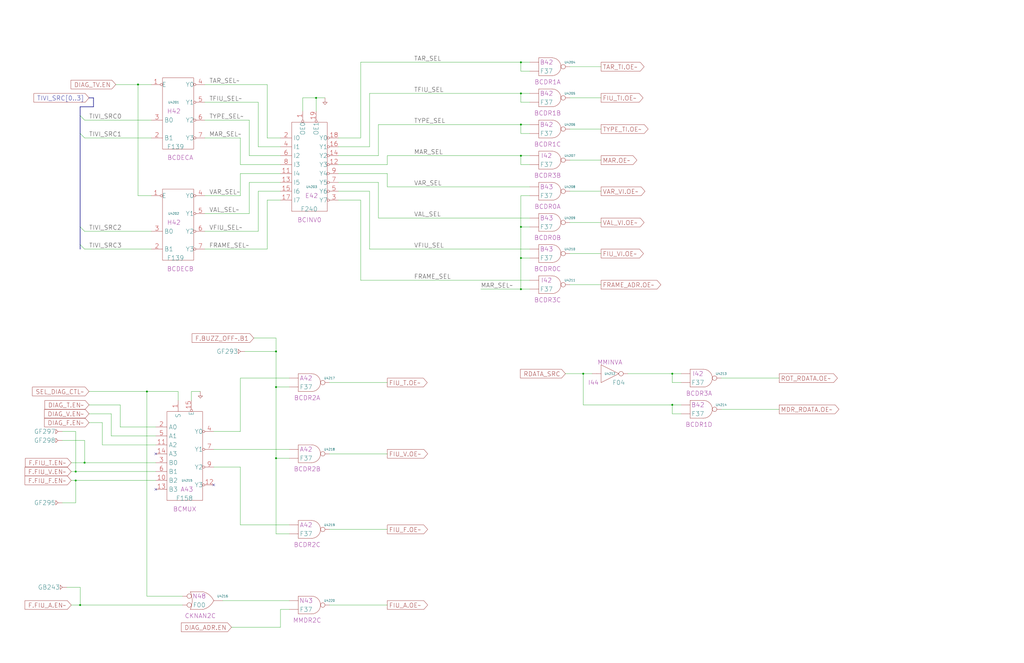
<source format=kicad_sch>
(kicad_sch (version 20230121) (generator eeschema)
  (paper "User" 584.2 378.46)
  (title_block (title "BUS CONTROL") (date "20-MAR-90") (rev "1.0") (comment 1 "FIU") (comment 2 "232-003065") (comment 3 "S400") (comment 4 "RELEASED"))
  (lib_symbols
    (symbol "r1000:F00" (pin_numbers hide) (pin_names hide)
      (property "Reference" "U" (at 15.24 0 0))
      (property "Value" "F00" (at 1.905 -5.08 0))
      (property "Location" "___" (at 1.905 0 0))
      (property "Name" "______" (at 2.54 -12.7 0))
      (symbol "F00_0_1"
        (polyline (pts (xy -2.54 -7.62) (xy 5.08 -7.62)) (stroke (width 0.1524)))
        (polyline (pts (xy -2.54 2.54) (xy -2.54 -7.62)) (stroke (width 0.1524)))
        (polyline (pts (xy -2.54 2.54) (xy 5.08 2.54)) (stroke (width 0.1524)))
        (arc (start 5.08 -7.62) (mid 10.1282 -2.54) (end 5.08 2.54) (stroke (width 0.1524)))
        (circle (center 11.43 -2.54) (radius 1.27) (stroke (width 0.1524)))
      )
      (symbol "F00_0_2"
        (circle (center -3.81 -5.08) (radius 1.27) (stroke (width 0.1524)))
        (circle (center -3.81 0) (radius 1.27) (stroke (width 0.1524)))
        (arc (start -3.175 -7.62) (mid -2.134 -2.54) (end -3.175 2.54) (stroke (width 0.1524)))
        (polyline (pts (xy -3.175 -7.62) (xy 3.81 -7.62)) (stroke (width 0.1524)))
        (polyline (pts (xy -3.175 2.54) (xy 3.81 2.54)) (stroke (width 0.1524)))
        (arc (start 3.81 -7.62) (mid 7.5855 -5.8306) (end 10.16 -2.54) (stroke (width 0.1524)))
        (arc (start 10.16 -2.54) (mid 7.5827 0.7471) (end 3.81 2.54) (stroke (width 0.1524)))
      )
      (symbol "F00_1_1"
        (pin input line (at -7.62 0 0) (length 5.08) (name "D0") (number "1"))
        (pin input line (at -7.62 -5.08 0) (length 5.08) (name "D1") (number "2"))
        (pin output line (at 15.24 -2.54 180) (length 2.54) (name "Q") (number "3"))
      )
      (symbol "F00_1_2"
        (pin input line (at -7.62 0 0) (length 2.54) (name "D0") (number "1"))
        (pin input line (at -7.62 -5.08 0) (length 2.54) (name "D1") (number "2"))
        (pin output line (at 15.24 -2.54 180) (length 5.08) (name "Q") (number "3"))
      )
    )
    (symbol "r1000:F04" (pin_numbers hide) (pin_names hide)
      (property "Reference" "U" (at 0 0 0))
      (property "Value" "F04" (at 1.27 -5.08 0))
      (property "Location" "___" (at -12.7 -5.08 0))
      (property "Name" "______" (at 0 5.08 0))
      (symbol "F04_0_1"
        (polyline (pts (xy -7.62 0) (xy -5.08 0)) (stroke (width 0.1524)))
        (polyline (pts (xy -5.08 5.08) (xy -5.08 -5.08)) (stroke (width 0.1524)))
        (polyline (pts (xy 5.08 0) (xy -5.08 -5.08)) (stroke (width 0.1524)))
        (polyline (pts (xy 5.08 0) (xy -5.08 5.08)) (stroke (width 0.1524)))
        (circle (center 6.35 0) (radius 1.27) (stroke (width 0.1524)))
      )
      (symbol "F04_1_1"
        (pin input line (at -10.16 0 0) (length 2.54) (name "D0") (number "1"))
        (pin output line (at 10.16 0 180) (length 2.54) (name "Q") (number "2"))
      )
    )
    (symbol "r1000:F139" (pin_names (offset 1.016))
      (property "Reference" "U" (at 2.54 5.08 0))
      (property "Value" "F139" (at -1.27 -20.32 0))
      (property "Location" "___" (at -1.27 0 0))
      (property "Name" "______" (at 6.35 -27.94 0))
      (symbol "F139_1_1"
        (circle (center -4.445 15.24) (radius 0.635))
        (rectangle (start -3.81 19.05) (end 13.97 -21.59))
        (circle (center 14.605 -15.24) (radius 0.635))
        (circle (center 14.605 -5.08) (radius 0.635))
        (circle (center 14.605 5.08) (radius 0.635))
        (circle (center 14.605 15.24) (radius 0.635))
        (pin input line (at -10.16 15.24 0) (length 5.08) (name "E") (number "1"))
        (pin input line (at -10.16 -15.24 0) (length 6.35) (name "B1") (number "2"))
        (pin input line (at -10.16 -5.08 0) (length 6.35) (name "B0") (number "3"))
        (pin output line (at 20.32 15.24 180) (length 5.08) (name "Y0") (number "4"))
        (pin output line (at 20.32 5.08 180) (length 5.08) (name "Y1") (number "5"))
        (pin output line (at 20.32 -5.08 180) (length 5.08) (name "Y2") (number "6"))
        (pin output line (at 20.32 -15.24 180) (length 5.08) (name "Y3") (number "7"))
      )
    )
    (symbol "r1000:F158" (pin_names (offset 1.016))
      (property "Reference" "U" (at 2.54 5.08 0))
      (property "Value" "F158" (at -3.81 -5.08 0))
      (property "Location" "___" (at -1.27 0 0))
      (property "Name" "______" (at 1.27 -12.7 0))
      (symbol "F158_1_1"
        (rectangle (start -8.89 44.45) (end 11.43 -6.35))
        (circle (center 5.08 45.085) (radius 0.635))
        (circle (center 12.065 2.54) (radius 0.635))
        (circle (center 12.065 12.7) (radius 0.635))
        (circle (center 12.065 22.86) (radius 0.635))
        (circle (center 12.065 33.02) (radius 0.635))
        (pin input line (at -2.54 50.8 270) (length 6.35) (name "S") (number "1"))
        (pin input line (at -15.24 5.08 0) (length 6.35) (name "B2") (number "10"))
        (pin input line (at -15.24 25.4 0) (length 6.35) (name "A2") (number "11"))
        (pin output line (at 17.78 2.54 180) (length 5.08) (name "Y3") (number "12"))
        (pin input line (at -15.24 0 0) (length 6.35) (name "B3") (number "13"))
        (pin input line (at -15.24 20.32 0) (length 6.35) (name "A3") (number "14"))
        (pin input line (at 5.08 50.8 270) (length 5.08) (name "E") (number "15"))
        (pin input line (at -15.24 35.56 0) (length 6.35) (name "A0") (number "2"))
        (pin input line (at -15.24 15.24 0) (length 6.35) (name "B0") (number "3"))
        (pin output line (at 17.78 33.02 180) (length 5.08) (name "Y0") (number "4"))
        (pin input line (at -15.24 30.48 0) (length 6.35) (name "A1") (number "5"))
        (pin input line (at -15.24 10.16 0) (length 6.35) (name "B1") (number "6"))
        (pin output line (at 17.78 22.86 180) (length 5.08) (name "Y1") (number "7"))
        (pin output line (at 17.78 12.7 180) (length 5.08) (name "Y2") (number "9"))
      )
    )
    (symbol "r1000:F240" (pin_names (offset 1.016))
      (property "Reference" "U" (at 2.54 5.08 0))
      (property "Value" "F240" (at -3.81 -7.62 0))
      (property "Location" "___" (at -1.27 0 0))
      (property "Name" "______" (at 1.27 -15.24 0))
      (symbol "F240_1_1"
        (rectangle (start -8.89 41.91) (end 11.43 -8.89))
        (circle (center -2.54 42.545) (radius 0.635))
        (circle (center 5.08 42.545) (radius 0.635))
        (circle (center 12.065 -2.54) (radius 0.635))
        (circle (center 12.065 2.54) (radius 0.635))
        (circle (center 12.065 7.62) (radius 0.635))
        (circle (center 12.065 12.7) (radius 0.635))
        (circle (center 12.065 17.78) (radius 0.635))
        (circle (center 12.065 22.86) (radius 0.635))
        (circle (center 12.065 27.94) (radius 0.635))
        (circle (center 12.065 33.02) (radius 0.635))
        (pin input line (at -2.54 48.26 270) (length 5.08) (name "OE0") (number "1"))
        (pin input line (at -15.24 12.7 0) (length 6.35) (name "I4") (number "11"))
        (pin tri_state line (at 17.78 17.78 180) (length 5.08) (name "Y3") (number "12"))
        (pin input line (at -15.24 7.62 0) (length 6.35) (name "I5") (number "13"))
        (pin tri_state line (at 17.78 22.86 180) (length 5.08) (name "Y2") (number "14"))
        (pin input line (at -15.24 2.54 0) (length 6.35) (name "I6") (number "15"))
        (pin tri_state line (at 17.78 27.94 180) (length 5.08) (name "Y1") (number "16"))
        (pin input line (at -15.24 -2.54 0) (length 6.35) (name "I7") (number "17"))
        (pin tri_state line (at 17.78 33.02 180) (length 5.08) (name "Y0") (number "18"))
        (pin input line (at 5.08 48.26 270) (length 5.08) (name "OE1") (number "19"))
        (pin input line (at -15.24 33.02 0) (length 6.35) (name "I0") (number "2"))
        (pin tri_state line (at 17.78 -2.54 180) (length 5.08) (name "Y7") (number "3"))
        (pin input line (at -15.24 27.94 0) (length 6.35) (name "I1") (number "4"))
        (pin tri_state line (at 17.78 2.54 180) (length 5.08) (name "Y6") (number "5"))
        (pin input line (at -15.24 22.86 0) (length 6.35) (name "I2") (number "6"))
        (pin tri_state line (at 17.78 7.62 180) (length 5.08) (name "Y5") (number "7"))
        (pin input line (at -15.24 17.78 0) (length 6.35) (name "I3") (number "8"))
        (pin tri_state line (at 17.78 12.7 180) (length 5.08) (name "Y4") (number "9"))
      )
    )
    (symbol "r1000:F37" (pin_numbers hide) (pin_names (offset 0) hide)
      (property "Reference" "U" (at 15.24 0 0))
      (property "Value" "F37" (at 1.905 -5.08 0))
      (property "Location" "___" (at 1.905 0 0))
      (property "Name" "______" (at 2.54 -12.7 0))
      (symbol "F37_0_1"
        (polyline (pts (xy -2.54 -7.62) (xy 5.08 -7.62)) (stroke (width 0.1524)))
        (polyline (pts (xy -2.54 2.54) (xy -2.54 -7.62)) (stroke (width 0.1524)))
        (polyline (pts (xy -2.54 2.54) (xy 5.08 2.54)) (stroke (width 0.1524)))
        (arc (start 5.08 -7.62) (mid 10.1282 -2.54) (end 5.08 2.54) (stroke (width 0.1524)))
        (circle (center 11.43 -2.54) (radius 1.27) (stroke (width 0.1524)))
      )
      (symbol "F37_0_2"
        (circle (center -3.81 -5.08) (radius 1.27) (stroke (width 0.1524)))
        (circle (center -3.81 0) (radius 1.27) (stroke (width 0.1524)))
        (arc (start -3.175 -7.62) (mid -2.134 -2.54) (end -3.175 2.54) (stroke (width 0.1524)))
        (polyline (pts (xy -3.175 -7.62) (xy 3.81 -7.62)) (stroke (width 0.1524)))
        (polyline (pts (xy -3.175 2.54) (xy 3.81 2.54)) (stroke (width 0.1524)))
        (arc (start 3.81 -7.62) (mid 7.5855 -5.8306) (end 10.16 -2.54) (stroke (width 0.1524)))
        (arc (start 10.16 -2.54) (mid 7.5827 0.7471) (end 3.81 2.54) (stroke (width 0.1524)))
      )
      (symbol "F37_1_1"
        (pin input line (at -7.62 0 0) (length 5.08) (name "D0") (number "1"))
        (pin input line (at -7.62 -5.08 0) (length 5.08) (name "D1") (number "2"))
        (pin output line (at 15.24 -2.54 180) (length 2.54) (name "Q") (number "3"))
      )
      (symbol "F37_1_2"
        (pin input line (at -7.62 0 0) (length 2.54) (name "D0") (number "1"))
        (pin input line (at -7.62 -5.08 0) (length 2.54) (name "D1") (number "2"))
        (pin output line (at 15.24 -2.54 180) (length 5.08) (name "Q") (number "3"))
      )
    )
    (symbol "r1000:GB" (pin_numbers hide) (pin_names (offset 0) hide)
      (property "Reference" "GB" (at 3.81 0 0))
      (symbol "GB_0_1"
        (polyline (pts (xy 2.54 0) (xy 3.81 1.27) (xy 3.81 -1.27) (xy 2.54 0)) (stroke (width 0.1524)))
      )
      (symbol "GB_1_1"
        (pin bidirectional line (at 0 0 0) (length 2.54) (name "") (number "1"))
      )
    )
    (symbol "r1000:GF" (pin_numbers hide) (pin_names (offset 0) hide)
      (property "Reference" "GF" (at 3.81 0 0))
      (symbol "GF_0_1"
        (polyline (pts (xy 2.54 0) (xy 3.81 1.27) (xy 3.81 -1.27) (xy 2.54 0)) (stroke (width 0.1524)))
      )
      (symbol "GF_1_1"
        (pin bidirectional line (at 0 0 0) (length 2.54) (name "") (number "1"))
      )
    )
    (symbol "r1000:PD" (power) (pin_numbers hide) (pin_names hide) (in_bom no)
      (symbol "PD_0_1"
        (polyline (pts (xy 0 -2.54) (xy 1.27 -2.54) (xy 0 -3.81) (xy -1.27 -2.54) (xy 0 -2.54)) (stroke (width 0.1524)))
      )
      (symbol "PD_1_1"
        (pin power_in line (at 0 0 270) (length 2.54) (name "PD") (number "1"))
      )
    )
  )
  (junction (at 297.18 147.32))
  (junction (at 157.48 261.62))
  (junction (at 297.18 35.56))
  (junction (at 48.26 264.16))
  (junction (at 297.18 88.9))
  (junction (at 157.48 200.66))
  (junction (at 180.34 55.88))
  (junction (at 83.82 223.52))
  (junction (at 297.18 165.1))
  (junction (at 332.74 213.36))
  (junction (at 383.54 213.36))
  (junction (at 43.18 274.32))
  (junction (at 43.18 269.24))
  (junction (at 383.54 231.14))
  (junction (at 297.18 71.12))
  (junction (at 157.48 220.98))
  (junction (at 78.74 48.26))
  (junction (at 297.18 53.34))
  (junction (at 297.18 129.54))
  (junction (at 45.72 345.44))
  (no_connect (at 88.9 259.08))
  (no_connect (at 121.92 276.86))
  (no_connect (at 88.9 279.4))
  (bus_entry (at 45.72 139.7) (size 2.54 2.54))
  (bus_entry (at 45.72 129.54) (size 2.54 2.54))
  (bus_entry (at 45.72 66.04) (size 2.54 2.54))
  (bus_entry (at 45.72 76.2) (size 2.54 2.54))
  (wire (pts (xy 388.62 218.44) (xy 383.54 218.44)))
  (wire (pts (xy 193.04 88.9) (xy 215.9 88.9)))
  (wire (pts (xy 210.82 83.82) (xy 210.82 53.34)))
  (wire (pts (xy 172.72 55.88) (xy 180.34 55.88)))
  (wire (pts (xy 38.1 335.28) (xy 45.72 335.28)))
  (wire (pts (xy 40.64 345.44) (xy 45.72 345.44)))
  (wire (pts (xy 147.32 132.08) (xy 147.32 109.22)))
  (wire (pts (xy 137.16 99.06) (xy 160.02 99.06)))
  (wire (pts (xy 297.18 147.32) (xy 302.26 147.32)))
  (wire (pts (xy 210.82 142.24) (xy 302.26 142.24)))
  (wire (pts (xy 157.48 220.98) (xy 165.1 220.98)))
  (wire (pts (xy 121.92 256.54) (xy 165.1 256.54)))
  (wire (pts (xy 388.62 231.14) (xy 383.54 231.14)))
  (wire (pts (xy 165.1 215.9) (xy 137.16 215.9)))
  (wire (pts (xy 302.26 93.98) (xy 297.18 93.98)))
  (wire (pts (xy 116.84 48.26) (xy 152.4 48.26)))
  (wire (pts (xy 88.9 254) (xy 58.42 254)))
  (wire (pts (xy 274.32 165.1) (xy 297.18 165.1)))
  (wire (pts (xy 157.48 200.66) (xy 157.48 193.04)))
  (wire (pts (xy 322.58 213.36) (xy 332.74 213.36)))
  (wire (pts (xy 165.1 299.72) (xy 137.16 299.72)))
  (wire (pts (xy 302.26 40.64) (xy 297.18 40.64)))
  (wire (pts (xy 88.9 248.92) (xy 63.5 248.92)))
  (wire (pts (xy 302.26 76.2) (xy 297.18 76.2)))
  (wire (pts (xy 187.96 302.26) (xy 220.98 302.26)))
  (wire (pts (xy 297.18 129.54) (xy 302.26 129.54)))
  (wire (pts (xy 332.74 231.14) (xy 332.74 213.36)))
  (wire (pts (xy 297.18 40.64) (xy 297.18 35.56)))
  (wire (pts (xy 193.04 104.14) (xy 215.9 104.14)))
  (wire (pts (xy 297.18 147.32) (xy 297.18 165.1)))
  (wire (pts (xy 58.42 254) (xy 58.42 241.3)))
  (wire (pts (xy 48.26 78.74) (xy 86.36 78.74)))
  (wire (pts (xy 142.24 68.58) (xy 142.24 88.9)))
  (wire (pts (xy 137.16 246.38) (xy 121.92 246.38)))
  (wire (pts (xy 68.58 231.14) (xy 50.8 231.14)))
  (wire (pts (xy 220.98 99.06) (xy 220.98 106.68)))
  (wire (pts (xy 48.26 264.16) (xy 88.9 264.16)))
  (wire (pts (xy 88.9 243.84) (xy 68.58 243.84)))
  (wire (pts (xy 160.02 358.14) (xy 132.08 358.14)))
  (wire (pts (xy 325.12 162.56) (xy 342.9 162.56)))
  (wire (pts (xy 383.54 218.44) (xy 383.54 213.36)))
  (wire (pts (xy 165.1 304.8) (xy 157.48 304.8)))
  (wire (pts (xy 48.26 132.08) (xy 86.36 132.08)))
  (wire (pts (xy 220.98 93.98) (xy 220.98 88.9)))
  (wire (pts (xy 160.02 347.98) (xy 160.02 358.14)))
  (wire (pts (xy 297.18 76.2) (xy 297.18 71.12)))
  (wire (pts (xy 215.9 124.46) (xy 302.26 124.46)))
  (wire (pts (xy 325.12 127) (xy 342.9 127)))
  (wire (pts (xy 116.84 58.42) (xy 147.32 58.42)))
  (wire (pts (xy 388.62 236.22) (xy 383.54 236.22)))
  (wire (pts (xy 68.58 243.84) (xy 68.58 231.14)))
  (wire (pts (xy 297.18 165.1) (xy 302.26 165.1)))
  (wire (pts (xy 215.9 71.12) (xy 297.18 71.12)))
  (wire (pts (xy 383.54 236.22) (xy 383.54 231.14)))
  (wire (pts (xy 325.12 109.22) (xy 342.9 109.22)))
  (wire (pts (xy 63.5 248.92) (xy 63.5 236.22)))
  (wire (pts (xy 142.24 88.9) (xy 160.02 88.9)))
  (wire (pts (xy 297.18 53.34) (xy 302.26 53.34)))
  (wire (pts (xy 180.34 63.5) (xy 180.34 55.88)))
  (wire (pts (xy 325.12 38.1) (xy 342.9 38.1)))
  (wire (pts (xy 86.36 111.76) (xy 78.74 111.76)))
  (wire (pts (xy 43.18 246.38) (xy 43.18 269.24)))
  (wire (pts (xy 325.12 73.66) (xy 342.9 73.66)))
  (wire (pts (xy 139.7 200.66) (xy 157.48 200.66)))
  (wire (pts (xy 411.48 215.9) (xy 444.5 215.9)))
  (wire (pts (xy 116.84 121.92) (xy 142.24 121.92)))
  (wire (pts (xy 193.04 109.22) (xy 210.82 109.22)))
  (wire (pts (xy 66.04 48.26) (xy 78.74 48.26)))
  (wire (pts (xy 78.74 111.76) (xy 78.74 48.26)))
  (wire (pts (xy 297.18 93.98) (xy 297.18 88.9)))
  (wire (pts (xy 48.26 251.46) (xy 48.26 264.16)))
  (wire (pts (xy 50.8 236.22) (xy 63.5 236.22)))
  (wire (pts (xy 45.72 345.44) (xy 104.14 345.44)))
  (wire (pts (xy 325.12 144.78) (xy 342.9 144.78)))
  (wire (pts (xy 147.32 109.22) (xy 160.02 109.22)))
  (bus (pts (xy 45.72 139.7) (xy 45.72 142.24)))
  (wire (pts (xy 157.48 261.62) (xy 157.48 220.98)))
  (bus (pts (xy 45.72 76.2) (xy 45.72 129.54)))
  (wire (pts (xy 152.4 78.74) (xy 160.02 78.74)))
  (wire (pts (xy 142.24 104.14) (xy 160.02 104.14)))
  (wire (pts (xy 187.96 345.44) (xy 220.98 345.44)))
  (wire (pts (xy 297.18 71.12) (xy 302.26 71.12)))
  (bus (pts (xy 45.72 129.54) (xy 45.72 139.7)))
  (wire (pts (xy 43.18 269.24) (xy 88.9 269.24)))
  (wire (pts (xy 172.72 63.5) (xy 172.72 55.88)))
  (wire (pts (xy 43.18 287.02) (xy 43.18 274.32)))
  (wire (pts (xy 215.9 104.14) (xy 215.9 124.46)))
  (wire (pts (xy 137.16 299.72) (xy 137.16 266.7)))
  (wire (pts (xy 187.96 218.44) (xy 220.98 218.44)))
  (wire (pts (xy 383.54 231.14) (xy 332.74 231.14)))
  (bus (pts (xy 53.34 55.88) (xy 53.34 60.96)))
  (wire (pts (xy 137.16 111.76) (xy 137.16 99.06)))
  (wire (pts (xy 297.18 129.54) (xy 297.18 147.32)))
  (wire (pts (xy 297.18 88.9) (xy 302.26 88.9)))
  (wire (pts (xy 152.4 48.26) (xy 152.4 78.74)))
  (wire (pts (xy 58.42 241.3) (xy 50.8 241.3)))
  (wire (pts (xy 40.64 264.16) (xy 48.26 264.16)))
  (wire (pts (xy 35.56 246.38) (xy 43.18 246.38)))
  (wire (pts (xy 116.84 132.08) (xy 147.32 132.08)))
  (wire (pts (xy 297.18 111.76) (xy 297.18 129.54)))
  (wire (pts (xy 325.12 91.44) (xy 342.9 91.44)))
  (wire (pts (xy 297.18 35.56) (xy 302.26 35.56)))
  (wire (pts (xy 116.84 68.58) (xy 142.24 68.58)))
  (wire (pts (xy 152.4 114.3) (xy 160.02 114.3)))
  (wire (pts (xy 142.24 121.92) (xy 142.24 104.14)))
  (wire (pts (xy 205.74 78.74) (xy 205.74 35.56)))
  (wire (pts (xy 116.84 78.74) (xy 137.16 78.74)))
  (wire (pts (xy 215.9 88.9) (xy 215.9 71.12)))
  (wire (pts (xy 104.14 340.36) (xy 83.82 340.36)))
  (wire (pts (xy 205.74 114.3) (xy 205.74 160.02)))
  (bus (pts (xy 45.72 60.96) (xy 45.72 66.04)))
  (wire (pts (xy 45.72 335.28) (xy 45.72 345.44)))
  (wire (pts (xy 116.84 142.24) (xy 152.4 142.24)))
  (wire (pts (xy 109.22 228.6) (xy 109.22 223.52)))
  (wire (pts (xy 137.16 78.74) (xy 137.16 93.98)))
  (wire (pts (xy 152.4 142.24) (xy 152.4 114.3)))
  (wire (pts (xy 109.22 223.52) (xy 114.3 223.52)))
  (bus (pts (xy 45.72 66.04) (xy 45.72 76.2)))
  (wire (pts (xy 157.48 304.8) (xy 157.48 261.62)))
  (wire (pts (xy 40.64 269.24) (xy 43.18 269.24)))
  (wire (pts (xy 332.74 213.36) (xy 337.82 213.36)))
  (wire (pts (xy 137.16 266.7) (xy 121.92 266.7)))
  (wire (pts (xy 205.74 160.02) (xy 302.26 160.02)))
  (wire (pts (xy 180.34 55.88) (xy 185.42 55.88)))
  (wire (pts (xy 220.98 88.9) (xy 297.18 88.9)))
  (wire (pts (xy 302.26 111.76) (xy 297.18 111.76)))
  (wire (pts (xy 101.6 223.52) (xy 83.82 223.52)))
  (wire (pts (xy 137.16 215.9) (xy 137.16 246.38)))
  (wire (pts (xy 411.48 233.68) (xy 444.5 233.68)))
  (wire (pts (xy 78.74 48.26) (xy 86.36 48.26)))
  (wire (pts (xy 35.56 287.02) (xy 43.18 287.02)))
  (wire (pts (xy 205.74 35.56) (xy 297.18 35.56)))
  (wire (pts (xy 83.82 340.36) (xy 83.82 223.52)))
  (wire (pts (xy 383.54 213.36) (xy 388.62 213.36)))
  (wire (pts (xy 220.98 106.68) (xy 302.26 106.68)))
  (wire (pts (xy 358.14 213.36) (xy 383.54 213.36)))
  (wire (pts (xy 165.1 347.98) (xy 160.02 347.98)))
  (wire (pts (xy 193.04 93.98) (xy 220.98 93.98)))
  (wire (pts (xy 187.96 259.08) (xy 220.98 259.08)))
  (wire (pts (xy 325.12 55.88) (xy 342.9 55.88)))
  (wire (pts (xy 147.32 58.42) (xy 147.32 83.82)))
  (wire (pts (xy 302.26 58.42) (xy 297.18 58.42)))
  (wire (pts (xy 144.78 193.04) (xy 157.48 193.04)))
  (wire (pts (xy 193.04 99.06) (xy 220.98 99.06)))
  (wire (pts (xy 127 342.9) (xy 165.1 342.9)))
  (bus (pts (xy 53.34 60.96) (xy 45.72 60.96)))
  (wire (pts (xy 193.04 114.3) (xy 205.74 114.3)))
  (wire (pts (xy 43.18 274.32) (xy 88.9 274.32)))
  (wire (pts (xy 48.26 142.24) (xy 86.36 142.24)))
  (wire (pts (xy 157.48 220.98) (xy 157.48 200.66)))
  (wire (pts (xy 193.04 83.82) (xy 210.82 83.82)))
  (wire (pts (xy 101.6 228.6) (xy 101.6 223.52)))
  (wire (pts (xy 137.16 93.98) (xy 160.02 93.98)))
  (wire (pts (xy 83.82 223.52) (xy 50.8 223.52)))
  (wire (pts (xy 297.18 58.42) (xy 297.18 53.34)))
  (wire (pts (xy 35.56 251.46) (xy 48.26 251.46)))
  (wire (pts (xy 210.82 53.34) (xy 297.18 53.34)))
  (wire (pts (xy 193.04 78.74) (xy 205.74 78.74)))
  (wire (pts (xy 210.82 109.22) (xy 210.82 142.24)))
  (wire (pts (xy 116.84 111.76) (xy 137.16 111.76)))
  (wire (pts (xy 40.64 274.32) (xy 43.18 274.32)))
  (wire (pts (xy 147.32 83.82) (xy 160.02 83.82)))
  (wire (pts (xy 157.48 261.62) (xy 165.1 261.62)))
  (bus (pts (xy 50.8 55.88) (xy 53.34 55.88)))
  (wire (pts (xy 48.26 68.58) (xy 86.36 68.58)))
  (label "TIVI_SRC3" (at 50.8 142.24 0) (effects (font (size 2.54 2.54))))
  (label "MAR_SEL" (at 236.22 88.9 0) (effects (font (size 2.54 2.54))))
  (label "TIVI_SRC0" (at 50.8 68.58 0) (effects (font (size 2.54 2.54))))
  (label "TYPE_SEL~" (at 119.38 68.58 0) (effects (font (size 2.54 2.54))))
  (label "TIVI_SRC1" (at 50.8 78.74 0) (effects (font (size 2.54 2.54))))
  (label "TIVI_SRC2" (at 50.8 132.08 0) (effects (font (size 2.54 2.54))))
  (label "FRAME_SEL" (at 236.22 160.02 0) (effects (font (size 2.54 2.54))))
  (label "TAR_SEL" (at 236.22 35.56 0) (effects (font (size 2.54 2.54))))
  (label "TFIU_SEL~" (at 119.38 58.42 0) (effects (font (size 2.54 2.54))))
  (label "TAR_SEL~" (at 119.38 48.26 0) (effects (font (size 2.54 2.54))))
  (label "VAL_SEL~" (at 119.38 121.92 0) (effects (font (size 2.54 2.54))))
  (label "MAR_SEL~" (at 274.32 165.1 0) (effects (font (size 2.54 2.54))))
  (label "VFIU_SEL" (at 236.22 142.24 0) (effects (font (size 2.54 2.54))))
  (label "MAR_SEL~" (at 119.38 78.74 0) (effects (font (size 2.54 2.54))))
  (label "VAR_SEL" (at 236.22 106.68 0) (effects (font (size 2.54 2.54))))
  (label "VAR_SEL~" (at 119.38 111.76 0) (effects (font (size 2.54 2.54))))
  (label "TFIU_SEL" (at 236.22 53.34 0) (effects (font (size 2.54 2.54))))
  (label "VAL_SEL" (at 236.22 124.46 0) (effects (font (size 2.54 2.54))))
  (label "TYPE_SEL" (at 236.22 71.12 0) (effects (font (size 2.54 2.54))))
  (label "VFIU_SEL~" (at 119.38 132.08 0) (effects (font (size 2.54 2.54))))
  (label "FRAME_SEL~" (at 119.38 142.24 0) (effects (font (size 2.54 2.54))))
  (global_label "DIAG_V.EN~" (shape input) (at 50.8 236.22 180) (effects (font (size 2.54 2.54))) (property "Intersheetrefs" "${INTERSHEET_REFS}" (at 25.4121 236.0613 0) (effects (font (size 1.905 1.905)) (justify right))))
  (global_label "FIU_TI.OE~" (shape output) (at 342.9 55.88 0) (effects (font (size 2.54 2.54))) (property "Intersheetrefs" "${INTERSHEET_REFS}" (at 366.8365 55.7213 0) (effects (font (size 1.905 1.905)) (justify left))))
  (global_label "F.FIU_A.EN~" (shape input) (at 40.64 345.44 180) (effects (font (size 2.54 2.54))) (property "Intersheetrefs" "${INTERSHEET_REFS}" (at 14.2845 345.2813 0) (effects (font (size 1.905 1.905)) (justify right))))
  (global_label "F.BUZZ_OFF~.B1" (shape input) (at 144.78 193.04 180) (effects (font (size 2.54 2.54))) (property "Intersheetrefs" "${INTERSHEET_REFS}" (at 109.595 192.8813 0) (effects (font (size 1.905 1.905)) (justify right))))
  (global_label "FIU_VI.OE~" (shape output) (at 342.9 144.78 0) (effects (font (size 2.54 2.54))) (property "Intersheetrefs" "${INTERSHEET_REFS}" (at 367.0784 144.6213 0) (effects (font (size 1.905 1.905)) (justify left))))
  (global_label "TIVI_SRC[0..3]" (shape input) (at 50.8 55.88 180) (effects (font (size 2.54 2.54))) (property "Intersheetrefs" "${INTERSHEET_REFS}" (at 19.3645 55.7213 0) (effects (font (size 1.905 1.905)) (justify right))))
  (global_label "MAR.OE~" (shape output) (at 342.9 91.44 0) (effects (font (size 2.54 2.54))) (property "Intersheetrefs" "${INTERSHEET_REFS}" (at 363.3289 91.2813 0) (effects (font (size 1.905 1.905)) (justify left))))
  (global_label "DIAG_F.EN~" (shape input) (at 50.8 241.3 180) (effects (font (size 2.54 2.54))) (property "Intersheetrefs" "${INTERSHEET_REFS}" (at 25.4121 241.1413 0) (effects (font (size 1.905 1.905)) (justify right))))
  (global_label "FIU_A.OE~" (shape output) (at 220.98 345.44 0) (effects (font (size 2.54 2.54))) (property "Intersheetrefs" "${INTERSHEET_REFS}" (at 243.9489 345.2813 0) (effects (font (size 1.905 1.905)) (justify left))))
  (global_label "FIU_T.OE~" (shape output) (at 220.98 218.44 0) (effects (font (size 2.54 2.54))) (property "Intersheetrefs" "${INTERSHEET_REFS}" (at 243.707 218.2813 0) (effects (font (size 1.905 1.905)) (justify left))))
  (global_label "DIAG_T.EN~" (shape input) (at 50.8 231.14 180) (effects (font (size 2.54 2.54))) (property "Intersheetrefs" "${INTERSHEET_REFS}" (at 25.654 230.9813 0) (effects (font (size 1.905 1.905)) (justify right))))
  (global_label "TYPE_TI.OE~" (shape output) (at 342.9 73.66 0) (effects (font (size 2.54 2.54))) (property "Intersheetrefs" "${INTERSHEET_REFS}" (at 369.7393 73.5013 0) (effects (font (size 1.905 1.905)) (justify left))))
  (global_label "F.FIU_F.EN~" (shape input) (at 40.64 274.32 180) (effects (font (size 2.54 2.54))) (property "Intersheetrefs" "${INTERSHEET_REFS}" (at 14.2845 274.1613 0) (effects (font (size 1.905 1.905)) (justify right))))
  (global_label "FIU_F.OE~" (shape output) (at 220.98 302.26 0) (effects (font (size 2.54 2.54))) (property "Intersheetrefs" "${INTERSHEET_REFS}" (at 243.9489 302.1013 0) (effects (font (size 1.905 1.905)) (justify left))))
  (global_label "TAR_TI.OE~" (shape output) (at 342.9 38.1 0) (effects (font (size 2.54 2.54))) (property "Intersheetrefs" "${INTERSHEET_REFS}" (at 367.4412 37.9413 0) (effects (font (size 1.905 1.905)) (justify left))))
  (global_label "FIU_V.OE~" (shape output) (at 220.98 259.08 0) (effects (font (size 2.54 2.54))) (property "Intersheetrefs" "${INTERSHEET_REFS}" (at 243.9489 258.9213 0) (effects (font (size 1.905 1.905)) (justify left))))
  (global_label "F.FIU_T.EN~" (shape input) (at 40.64 264.16 180) (effects (font (size 2.54 2.54))) (property "Intersheetrefs" "${INTERSHEET_REFS}" (at 14.5264 264.0013 0) (effects (font (size 1.905 1.905)) (justify right))))
  (global_label "MDR_RDATA.OE~" (shape output) (at 444.5 233.68 0) (effects (font (size 2.54 2.54))) (property "Intersheetrefs" "${INTERSHEET_REFS}" (at 478.5965 233.5213 0) (effects (font (size 1.905 1.905)) (justify left))))
  (global_label "VAR_VI.OE~" (shape output) (at 342.9 109.22 0) (effects (font (size 2.54 2.54))) (property "Intersheetrefs" "${INTERSHEET_REFS}" (at 367.925 109.0613 0) (effects (font (size 1.905 1.905)) (justify left))))
  (global_label "VAL_VI.OE~" (shape output) (at 342.9 127 0) (effects (font (size 2.54 2.54))) (property "Intersheetrefs" "${INTERSHEET_REFS}" (at 367.4412 126.8413 0) (effects (font (size 1.905 1.905)) (justify left))))
  (global_label "DIAG_TV.EN" (shape input) (at 66.04 48.26 180) (effects (font (size 2.54 2.54))) (property "Intersheetrefs" "${INTERSHEET_REFS}" (at 40.5311 48.1013 0) (effects (font (size 1.905 1.905)) (justify right))))
  (global_label "FRAME_ADR.OE~" (shape output) (at 342.9 162.56 0) (effects (font (size 2.54 2.54))) (property "Intersheetrefs" "${INTERSHEET_REFS}" (at 376.9965 162.4013 0) (effects (font (size 1.905 1.905)) (justify left))))
  (global_label "DIAG_ADR.EN" (shape input) (at 132.08 358.14 180) (effects (font (size 2.54 2.54))) (property "Intersheetrefs" "${INTERSHEET_REFS}" (at 103.4264 357.9813 0) (effects (font (size 1.905 1.905)) (justify right))))
  (global_label "RDATA_SRC" (shape input) (at 322.58 213.36 180) (effects (font (size 2.54 2.54))) (property "Intersheetrefs" "${INTERSHEET_REFS}" (at 296.9502 213.2013 0) (effects (font (size 1.905 1.905)) (justify right))))
  (global_label "SEL_DIAG_CTL~" (shape input) (at 50.8 223.52 180) (effects (font (size 2.54 2.54))) (property "Intersheetrefs" "${INTERSHEET_REFS}" (at 18.5178 223.3613 0) (effects (font (size 1.905 1.905)) (justify right))))
  (global_label "ROT_RDATA.OE~" (shape output) (at 444.5 215.9 0) (effects (font (size 2.54 2.54))) (property "Intersheetrefs" "${INTERSHEET_REFS}" (at 477.7498 215.7413 0) (effects (font (size 1.905 1.905)) (justify left))))
  (global_label "F.FIU_V.EN~" (shape input) (at 40.64 269.24 180) (effects (font (size 2.54 2.54))) (property "Intersheetrefs" "${INTERSHEET_REFS}" (at 14.2845 269.0813 0) (effects (font (size 1.905 1.905)) (justify right))))
  (symbol (lib_id "r1000:F37") (at 172.72 299.72 0) (unit 1)
    (property "Reference" "U4219" (at 187.96 299.72 0))
    (property "Value" "F37" (at 174.625 304.8 0) (effects (font (size 2.54 2.54))))
    (property "Location" "A42" (at 174.625 299.72 0) (effects (font (size 2.54 2.54))))
    (property "Name" "BCDR2C" (at 175.26 312.42 0) (effects (font (size 2.54 2.54)) (justify bottom)))
  )
  (symbol (lib_id "r1000:GF") (at 35.56 246.38 0) (mirror y) (unit 1)
    (property "Reference" "GF297" (at 31.75 246.38 0) (effects (font (size 2.54 2.54)) (justify left)))
    (property "Value" "GF" (effects hide))
  )
  (symbol (lib_id "r1000:F37") (at 396.24 213.36 0) (unit 1)
    (property "Reference" "U4213" (at 411.48 213.36 0))
    (property "Value" "F37" (at 398.145 218.44 0) (effects (font (size 2.54 2.54))))
    (property "Location" "I42" (at 398.145 213.36 0) (effects (font (size 2.54 2.54))))
    (property "Name" "BCDR3A" (at 398.78 226.06 0) (effects (font (size 2.54 2.54)) (justify bottom)))
  )
  (symbol (lib_id "r1000:F00") (at 111.76 340.36 0) (unit 1) (convert 2)
    (property "Reference" "U4216" (at 127 340.36 0))
    (property "Value" "F00" (at 113.665 345.44 0) (effects (font (size 2.54 2.54))))
    (property "Location" "N48" (at 113.665 340.36 0) (effects (font (size 2.54 2.54))))
    (property "Name" "CKNAN2C" (at 114.3 353.06 0) (effects (font (size 2.54 2.54)) (justify bottom)))
  )
  (symbol (lib_id "r1000:F37") (at 309.88 35.56 0) (unit 1)
    (property "Reference" "U4204" (at 325.12 35.56 0))
    (property "Value" "F37" (at 311.785 40.64 0) (effects (font (size 2.54 2.54))))
    (property "Location" "B42" (at 311.785 35.56 0) (effects (font (size 2.54 2.54))))
    (property "Name" "BCDR1A" (at 312.42 48.26 0) (effects (font (size 2.54 2.54)) (justify bottom)))
  )
  (symbol (lib_id "r1000:GF") (at 139.7 200.66 0) (mirror y) (unit 1)
    (property "Reference" "GF293" (at 135.89 200.66 0) (effects (font (size 2.54 2.54)) (justify left)))
    (property "Value" "GF" (effects hide))
  )
  (symbol (lib_id "r1000:F37") (at 172.72 256.54 0) (unit 1)
    (property "Reference" "U4218" (at 187.96 256.54 0))
    (property "Value" "F37" (at 174.625 261.62 0) (effects (font (size 2.54 2.54))))
    (property "Location" "A42" (at 174.625 256.54 0) (effects (font (size 2.54 2.54))))
    (property "Name" "BCDR2B" (at 175.26 269.24 0) (effects (font (size 2.54 2.54)) (justify bottom)))
  )
  (symbol (lib_id "r1000:F139") (at 96.52 63.5 0) (unit 1)
    (property "Reference" "U4201" (at 99.06 58.42 0))
    (property "Value" "F139" (at 95.25 83.82 0) (effects (font (size 2.54 2.54)) (justify left)))
    (property "Location" "H42" (at 95.25 63.5 0) (effects (font (size 2.54 2.54)) (justify left)))
    (property "Name" "BCDECA" (at 102.87 91.44 0) (effects (font (size 2.54 2.54)) (justify bottom)))
  )
  (symbol (lib_id "r1000:PD") (at 114.3 223.52 0) (unit 1) (in_bom no)
    (property "Reference" "#PWR04202" (effects hide))
    (property "Value" "PD" (effects hide))
  )
  (symbol (lib_id "r1000:GF") (at 35.56 251.46 0) (mirror y) (unit 1)
    (property "Reference" "GF298" (at 31.75 251.46 0) (effects (font (size 2.54 2.54)) (justify left)))
    (property "Value" "GF" (effects hide))
  )
  (symbol (lib_id "r1000:GB") (at 38.1 335.28 0) (mirror y) (unit 1)
    (property "Reference" "GB243" (at 34.29 335.28 0) (effects (font (size 2.54 2.54)) (justify left)))
    (property "Value" "GB" (effects hide))
  )
  (symbol (lib_id "r1000:F37") (at 309.88 124.46 0) (unit 1)
    (property "Reference" "U4209" (at 325.12 124.46 0))
    (property "Value" "F37" (at 311.785 129.54 0) (effects (font (size 2.54 2.54))))
    (property "Location" "B43" (at 311.785 124.46 0) (effects (font (size 2.54 2.54))))
    (property "Name" "BCDR0B" (at 312.42 137.16 0) (effects (font (size 2.54 2.54)) (justify bottom)))
  )
  (symbol (lib_id "r1000:F37") (at 309.88 106.68 0) (unit 1)
    (property "Reference" "U4208" (at 325.12 106.68 0))
    (property "Value" "F37" (at 311.785 111.76 0) (effects (font (size 2.54 2.54))))
    (property "Location" "B43" (at 311.785 106.68 0) (effects (font (size 2.54 2.54))))
    (property "Name" "BCDR0A" (at 312.42 119.38 0) (effects (font (size 2.54 2.54)) (justify bottom)))
  )
  (symbol (lib_id "r1000:PD") (at 185.42 55.88 0) (unit 1) (in_bom no)
    (property "Reference" "#PWR04201" (effects hide))
    (property "Value" "PD" (effects hide))
  )
  (symbol (lib_id "r1000:GF") (at 35.56 287.02 0) (mirror y) (unit 1)
    (property "Reference" "GF295" (at 31.75 287.02 0) (effects (font (size 2.54 2.54)) (justify left)))
    (property "Value" "GF" (effects hide))
  )
  (symbol (lib_id "r1000:F37") (at 309.88 160.02 0) (unit 1)
    (property "Reference" "U4211" (at 325.12 160.02 0))
    (property "Value" "F37" (at 311.785 165.1 0) (effects (font (size 2.54 2.54))))
    (property "Location" "I42" (at 311.785 160.02 0) (effects (font (size 2.54 2.54))))
    (property "Name" "BCDR3C" (at 312.42 172.72 0) (effects (font (size 2.54 2.54)) (justify bottom)))
  )
  (symbol (lib_id "r1000:F240") (at 175.26 111.76 0) (unit 1)
    (property "Reference" "U4203" (at 177.8 106.68 0))
    (property "Value" "F240" (at 171.45 119.38 0) (effects (font (size 2.54 2.54)) (justify left)))
    (property "Location" "E42" (at 173.99 111.76 0) (effects (font (size 2.54 2.54)) (justify left)))
    (property "Name" "BCINV0" (at 176.53 127 0) (effects (font (size 2.54 2.54)) (justify bottom)))
  )
  (symbol (lib_id "r1000:F37") (at 172.72 342.9 0) (unit 1)
    (property "Reference" "U4220" (at 187.96 342.9 0))
    (property "Value" "F37" (at 174.625 347.98 0) (effects (font (size 2.54 2.54))))
    (property "Location" "N43" (at 174.625 342.9 0) (effects (font (size 2.54 2.54))))
    (property "Name" "MMDR2C" (at 175.26 355.6 0) (effects (font (size 2.54 2.54)) (justify bottom)))
  )
  (symbol (lib_id "r1000:F37") (at 309.88 53.34 0) (unit 1)
    (property "Reference" "U4205" (at 325.12 53.34 0))
    (property "Value" "F37" (at 311.785 58.42 0) (effects (font (size 2.54 2.54))))
    (property "Location" "B42" (at 311.785 53.34 0) (effects (font (size 2.54 2.54))))
    (property "Name" "BCDR1B" (at 312.42 66.04 0) (effects (font (size 2.54 2.54)) (justify bottom)))
  )
  (symbol (lib_id "r1000:F158") (at 104.14 279.4 0) (unit 1)
    (property "Reference" "U4215" (at 106.68 274.32 0))
    (property "Value" "F158" (at 100.33 284.48 0) (effects (font (size 2.54 2.54)) (justify left)))
    (property "Location" "A43" (at 102.87 279.4 0) (effects (font (size 2.54 2.54)) (justify left)))
    (property "Name" "BCMUX" (at 105.41 292.1 0) (effects (font (size 2.54 2.54)) (justify bottom)))
  )
  (symbol (lib_id "r1000:F37") (at 396.24 231.14 0) (unit 1)
    (property "Reference" "U4214" (at 411.48 231.14 0))
    (property "Value" "F37" (at 398.145 236.22 0) (effects (font (size 2.54 2.54))))
    (property "Location" "B42" (at 398.145 231.14 0) (effects (font (size 2.54 2.54))))
    (property "Name" "BCDR1D" (at 398.78 243.84 0) (effects (font (size 2.54 2.54)) (justify bottom)))
  )
  (symbol (lib_id "r1000:F139") (at 96.52 127 0) (unit 1)
    (property "Reference" "U4202" (at 99.06 121.92 0))
    (property "Value" "F139" (at 95.25 147.32 0) (effects (font (size 2.54 2.54)) (justify left)))
    (property "Location" "H42" (at 95.25 127 0) (effects (font (size 2.54 2.54)) (justify left)))
    (property "Name" "BCDECB" (at 102.87 154.94 0) (effects (font (size 2.54 2.54)) (justify bottom)))
  )
  (symbol (lib_id "r1000:F37") (at 172.72 215.9 0) (unit 1)
    (property "Reference" "U4217" (at 187.96 215.9 0))
    (property "Value" "F37" (at 174.625 220.98 0) (effects (font (size 2.54 2.54))))
    (property "Location" "A42" (at 174.625 215.9 0) (effects (font (size 2.54 2.54))))
    (property "Name" "BCDR2A" (at 175.26 228.6 0) (effects (font (size 2.54 2.54)) (justify bottom)))
  )
  (symbol (lib_id "r1000:F37") (at 309.88 71.12 0) (unit 1)
    (property "Reference" "U4206" (at 325.12 71.12 0))
    (property "Value" "F37" (at 311.785 76.2 0) (effects (font (size 2.54 2.54))))
    (property "Location" "B42" (at 311.785 71.12 0) (effects (font (size 2.54 2.54))))
    (property "Name" "BCDR1C" (at 312.42 83.82 0) (effects (font (size 2.54 2.54)) (justify bottom)))
  )
  (symbol (lib_id "r1000:F37") (at 309.88 142.24 0) (unit 1)
    (property "Reference" "U4210" (at 325.12 142.24 0))
    (property "Value" "F37" (at 311.785 147.32 0) (effects (font (size 2.54 2.54))))
    (property "Location" "B43" (at 311.785 142.24 0) (effects (font (size 2.54 2.54))))
    (property "Name" "BCDR0C" (at 312.42 154.94 0) (effects (font (size 2.54 2.54)) (justify bottom)))
  )
  (symbol (lib_id "r1000:F37") (at 309.88 88.9 0) (unit 1)
    (property "Reference" "U4207" (at 325.12 88.9 0))
    (property "Value" "F37" (at 311.785 93.98 0) (effects (font (size 2.54 2.54))))
    (property "Location" "I42" (at 311.785 88.9 0) (effects (font (size 2.54 2.54))))
    (property "Name" "BCDR3B" (at 312.42 101.6 0) (effects (font (size 2.54 2.54)) (justify bottom)))
  )
  (symbol (lib_id "r1000:F04") (at 347.98 213.36 0) (unit 1)
    (property "Reference" "U4212" (at 347.98 213.36 0))
    (property "Value" "F04" (at 349.25 218.44 0) (effects (font (size 2.54 2.54)) (justify left)))
    (property "Location" "I44" (at 335.28 218.44 0) (effects (font (size 2.54 2.54)) (justify left)))
    (property "Name" "MMINVA" (at 347.98 208.28 0) (effects (font (size 2.54 2.54)) (justify bottom)))
  )
)
</source>
